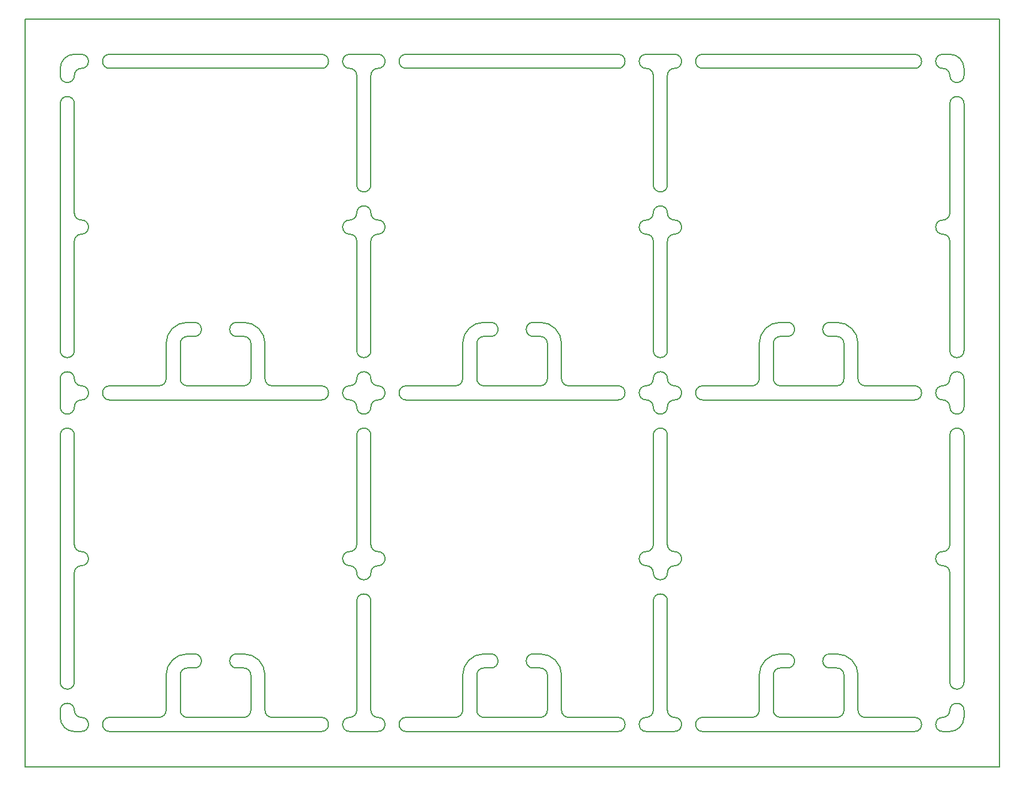
<source format=gbr>
%TF.GenerationSoftware,KiCad,Pcbnew,5.0.1-33cea8e~67~ubuntu18.04.1*%
%TF.CreationDate,2019-01-09T21:53:47+01:00*%
%TF.ProjectId,hvac-sensor-module_pcb-panel,687661632D73656E736F722D6D6F6475,1.0*%
%TF.SameCoordinates,Original*%
%TF.FileFunction,Profile,NP*%
%FSLAX46Y46*%
G04 Gerber Fmt 4.6, Leading zero omitted, Abs format (unit mm)*
G04 Created by KiCad (PCBNEW 5.0.1-33cea8e~67~ubuntu18.04.1) date Mi 09 Jan 2019 21:53:47 CET*
%MOMM*%
%LPD*%
G01*
G04 APERTURE LIST*
%ADD10C,0.150000*%
G04 APERTURE END LIST*
D10*
X169000000Y-95000000D02*
G75*
G02X169000000Y-97000000I0J-1000000D01*
G01*
X173000000Y-97000000D02*
G75*
G02X173000000Y-95000000I0J1000000D01*
G01*
X90000000Y-125500000D02*
G75*
G02X92000000Y-125500000I1000000J0D01*
G01*
X92000000Y-121500000D02*
G75*
G02X90000000Y-121500000I-1000000J0D01*
G01*
X132000000Y-125500000D02*
G75*
G02X134000000Y-125500000I1000000J0D01*
G01*
X134000000Y-121500000D02*
G75*
G02X132000000Y-121500000I-1000000J0D01*
G01*
X132000000Y-70500000D02*
G75*
G02X134000000Y-70500000I1000000J0D01*
G01*
X134000000Y-66500000D02*
G75*
G02X132000000Y-66500000I-1000000J0D01*
G01*
X90000000Y-70500000D02*
G75*
G02X92000000Y-70500000I1000000J0D01*
G01*
X92000000Y-66500000D02*
G75*
G02X90000000Y-66500000I-1000000J0D01*
G01*
X132000000Y-102000000D02*
G75*
G02X134000000Y-102000000I1000000J0D01*
G01*
X134000000Y-98000000D02*
G75*
G02X132000000Y-98000000I-1000000J0D01*
G01*
X132000000Y-94000000D02*
G75*
G02X134000000Y-94000000I1000000J0D01*
G01*
X134000000Y-90000000D02*
G75*
G02X132000000Y-90000000I-1000000J0D01*
G01*
X135000000Y-95000000D02*
G75*
G02X135000000Y-97000000I0J-1000000D01*
G01*
X139000000Y-97000000D02*
G75*
G02X139000000Y-95000000I0J1000000D01*
G01*
X92000000Y-98000000D02*
G75*
G02X90000000Y-98000000I-1000000J0D01*
G01*
X90000000Y-102000000D02*
G75*
G02X92000000Y-102000000I1000000J0D01*
G01*
X89000000Y-97000000D02*
G75*
G02X90000000Y-98000000I0J-1000000D01*
G01*
X50000000Y-98000000D02*
G75*
G02X48000000Y-98000000I-1000000J0D01*
G01*
X48000000Y-102000000D02*
G75*
G02X50000000Y-102000000I1000000J0D01*
G01*
X50000000Y-137000000D02*
G75*
G02X48000000Y-137000000I-1000000J0D01*
G01*
X48000000Y-141000000D02*
G75*
G02X50000000Y-141000000I1000000J0D01*
G01*
X51000000Y-142000000D02*
G75*
G02X51000000Y-144000000I0J-1000000D01*
G01*
X55000000Y-144000000D02*
G75*
G02X55000000Y-142000000I0J1000000D01*
G01*
X85000000Y-142000000D02*
G75*
G02X85000000Y-144000000I0J-1000000D01*
G01*
X89000000Y-144000000D02*
G75*
G02X89000000Y-142000000I0J1000000D01*
G01*
X97000000Y-144000000D02*
G75*
G02X97000000Y-142000000I0J1000000D01*
G01*
X93000000Y-142000000D02*
G75*
G02X93000000Y-144000000I0J-1000000D01*
G01*
X131000000Y-144000000D02*
G75*
G02X131000000Y-142000000I0J1000000D01*
G01*
X127000000Y-142000000D02*
G75*
G02X127000000Y-144000000I0J-1000000D01*
G01*
X139000000Y-144000000D02*
G75*
G02X139000000Y-142000000I0J1000000D01*
G01*
X135000000Y-142000000D02*
G75*
G02X135000000Y-144000000I0J-1000000D01*
G01*
X169000000Y-48000000D02*
G75*
G02X169000000Y-50000000I0J-1000000D01*
G01*
X173000000Y-144000000D02*
G75*
G02X173000000Y-142000000I0J1000000D01*
G01*
X169000000Y-142000000D02*
G75*
G02X169000000Y-144000000I0J-1000000D01*
G01*
X162000000Y-142000000D02*
G75*
G02X161000000Y-141000000I0J1000000D01*
G01*
X134000000Y-121500000D02*
G75*
G02X135000000Y-120500000I1000000J0D01*
G01*
X174000000Y-121500000D02*
X174000000Y-137000000D01*
X139000000Y-97000000D02*
X169000000Y-97000000D01*
X174000000Y-102000000D02*
X174000000Y-117500000D01*
X151000000Y-133000000D02*
X150000000Y-133000000D01*
X134000000Y-117500000D02*
X134000000Y-102000000D01*
X151000000Y-135000000D02*
X150000000Y-135000000D01*
X149000000Y-136000000D02*
X149000000Y-141000000D01*
X150000000Y-142000000D02*
X158000000Y-142000000D01*
X159000000Y-141000000D02*
X159000000Y-136000000D01*
X158000000Y-135000000D02*
X157000000Y-135000000D01*
X157000000Y-135000000D02*
G75*
G02X157000000Y-133000000I0J1000000D01*
G01*
X135000000Y-118500000D02*
G75*
G02X134000000Y-117500000I0J1000000D01*
G01*
X157000000Y-133000000D02*
X158000000Y-133000000D01*
X173000000Y-97000000D02*
G75*
G02X174000000Y-98000000I0J-1000000D01*
G01*
X162000000Y-142000000D02*
X169000000Y-142000000D01*
X173000000Y-120500000D02*
G75*
G02X174000000Y-121500000I0J-1000000D01*
G01*
X173000000Y-120500000D02*
G75*
G02X173000000Y-118500000I0J1000000D01*
G01*
X151000000Y-133000000D02*
G75*
G02X151000000Y-135000000I0J-1000000D01*
G01*
X149000000Y-136000000D02*
G75*
G02X150000000Y-135000000I1000000J0D01*
G01*
X158000000Y-135000000D02*
G75*
G02X159000000Y-136000000I0J-1000000D01*
G01*
X159000000Y-141000000D02*
G75*
G02X158000000Y-142000000I-1000000J0D01*
G01*
X150000000Y-142000000D02*
G75*
G02X149000000Y-141000000I0J1000000D01*
G01*
X147000000Y-136000000D02*
G75*
G02X150000000Y-133000000I3000000J0D01*
G01*
X158000000Y-133000000D02*
G75*
G02X161000000Y-136000000I0J-3000000D01*
G01*
X174000000Y-141000000D02*
G75*
G02X173000000Y-142000000I-1000000J0D01*
G01*
X135000000Y-142000000D02*
G75*
G02X134000000Y-141000000I0J1000000D01*
G01*
X147000000Y-141000000D02*
G75*
G02X146000000Y-142000000I-1000000J0D01*
G01*
X134000000Y-141000000D02*
X134000000Y-125500000D01*
X135000000Y-118500000D02*
G75*
G02X135000000Y-120500000I0J-1000000D01*
G01*
X147000000Y-136000000D02*
X147000000Y-141000000D01*
X174000000Y-117500000D02*
G75*
G02X173000000Y-118500000I-1000000J0D01*
G01*
X161000000Y-136000000D02*
X161000000Y-141000000D01*
X146000000Y-142000000D02*
X139000000Y-142000000D01*
X134000000Y-98000000D02*
G75*
G02X135000000Y-97000000I1000000J0D01*
G01*
X134000000Y-74500000D02*
G75*
G02X135000000Y-73500000I1000000J0D01*
G01*
X174000000Y-74500000D02*
X174000000Y-90000000D01*
X174000000Y-55000000D02*
X174000000Y-70500000D01*
X151000000Y-86000000D02*
X150000000Y-86000000D01*
X134000000Y-66500000D02*
X134000000Y-51000000D01*
X151000000Y-88000000D02*
X150000000Y-88000000D01*
X149000000Y-89000000D02*
X149000000Y-94000000D01*
X150000000Y-95000000D02*
X158000000Y-95000000D01*
X159000000Y-94000000D02*
X159000000Y-89000000D01*
X158000000Y-88000000D02*
X157000000Y-88000000D01*
X157000000Y-88000000D02*
G75*
G02X157000000Y-86000000I0J1000000D01*
G01*
X151000000Y-86000000D02*
G75*
G02X151000000Y-88000000I0J-1000000D01*
G01*
X149000000Y-89000000D02*
G75*
G02X150000000Y-88000000I1000000J0D01*
G01*
X158000000Y-88000000D02*
G75*
G02X159000000Y-89000000I0J-1000000D01*
G01*
X159000000Y-94000000D02*
G75*
G02X158000000Y-95000000I-1000000J0D01*
G01*
X150000000Y-95000000D02*
G75*
G02X149000000Y-94000000I0J1000000D01*
G01*
X147000000Y-89000000D02*
G75*
G02X150000000Y-86000000I3000000J0D01*
G01*
X158000000Y-86000000D02*
G75*
G02X161000000Y-89000000I0J-3000000D01*
G01*
X174000000Y-94000000D02*
G75*
G02X173000000Y-95000000I-1000000J0D01*
G01*
X135000000Y-95000000D02*
G75*
G02X134000000Y-94000000I0J1000000D01*
G01*
X147000000Y-94000000D02*
G75*
G02X146000000Y-95000000I-1000000J0D01*
G01*
X173000000Y-73500000D02*
G75*
G02X174000000Y-74500000I0J-1000000D01*
G01*
X173000000Y-73500000D02*
G75*
G02X173000000Y-71500000I0J1000000D01*
G01*
X162000000Y-95000000D02*
X169000000Y-95000000D01*
X162000000Y-95000000D02*
G75*
G02X161000000Y-94000000I0J1000000D01*
G01*
X134000000Y-90000000D02*
X134000000Y-74500000D01*
X135000000Y-71500000D02*
G75*
G02X135000000Y-73500000I0J-1000000D01*
G01*
X147000000Y-89000000D02*
X147000000Y-94000000D01*
X174000000Y-70500000D02*
G75*
G02X173000000Y-71500000I-1000000J0D01*
G01*
X161000000Y-89000000D02*
X161000000Y-94000000D01*
X157000000Y-86000000D02*
X158000000Y-86000000D01*
X134000000Y-51000000D02*
G75*
G02X135000000Y-50000000I1000000J0D01*
G01*
X146000000Y-95000000D02*
X139000000Y-95000000D01*
X135000000Y-71500000D02*
G75*
G02X134000000Y-70500000I0J1000000D01*
G01*
X93000000Y-95000000D02*
G75*
G02X93000000Y-97000000I0J-1000000D01*
G01*
X131000000Y-97000000D02*
G75*
G02X131000000Y-95000000I0J1000000D01*
G01*
X97000000Y-97000000D02*
G75*
G02X97000000Y-95000000I0J1000000D01*
G01*
X127000000Y-95000000D02*
G75*
G02X127000000Y-97000000I0J-1000000D01*
G01*
X92000000Y-90000000D02*
G75*
G02X90000000Y-90000000I-1000000J0D01*
G01*
X90000000Y-94000000D02*
G75*
G02X92000000Y-94000000I1000000J0D01*
G01*
X85000000Y-95000000D02*
G75*
G02X85000000Y-97000000I0J-1000000D01*
G01*
X89000000Y-97000000D02*
G75*
G02X89000000Y-95000000I0J1000000D01*
G01*
X51000000Y-95000000D02*
G75*
G02X51000000Y-97000000I0J-1000000D01*
G01*
X55000000Y-97000000D02*
G75*
G02X55000000Y-95000000I0J1000000D01*
G01*
X48000000Y-94000000D02*
G75*
G02X50000000Y-94000000I1000000J0D01*
G01*
X50000000Y-90000000D02*
G75*
G02X48000000Y-90000000I-1000000J0D01*
G01*
X55000000Y-48000000D02*
X85000000Y-48000000D01*
X93000000Y-48000000D02*
X89000000Y-48000000D01*
X127000000Y-48000000D02*
X97000000Y-48000000D01*
X135000000Y-48000000D02*
X131000000Y-48000000D01*
X169000000Y-48000000D02*
X139000000Y-48000000D01*
X85000000Y-48000000D02*
G75*
G02X85000000Y-50000000I0J-1000000D01*
G01*
X89000000Y-50000000D02*
G75*
G02X89000000Y-48000000I0J1000000D01*
G01*
X176000000Y-141000000D02*
X176000000Y-142000000D01*
X176000000Y-102000000D02*
X176000000Y-137000000D01*
X176000000Y-94000000D02*
X176000000Y-98000000D01*
X176000000Y-55000000D02*
X176000000Y-90000000D01*
X176000000Y-50000000D02*
X176000000Y-51000000D01*
X173000000Y-48000000D02*
X174000000Y-48000000D01*
X174000000Y-48000000D02*
G75*
G02X176000000Y-50000000I0J-2000000D01*
G01*
X176000000Y-142000000D02*
G75*
G02X174000000Y-144000000I-2000000J0D01*
G01*
X173000000Y-144000000D02*
X174000000Y-144000000D01*
X139000000Y-144000000D02*
X169000000Y-144000000D01*
X131000000Y-144000000D02*
X135000000Y-144000000D01*
X97000000Y-144000000D02*
X127000000Y-144000000D01*
X89000000Y-144000000D02*
X93000000Y-144000000D01*
X55000000Y-144000000D02*
X85000000Y-144000000D01*
X48000000Y-102000000D02*
X48000000Y-137000000D01*
X48000000Y-94000000D02*
X48000000Y-98000000D01*
X48000000Y-51000000D02*
X48000000Y-50000000D01*
X48000000Y-90000000D02*
X48000000Y-55000000D01*
X50000000Y-51000000D02*
G75*
G02X48000000Y-51000000I-1000000J0D01*
G01*
X48000000Y-55000000D02*
G75*
G02X50000000Y-55000000I1000000J0D01*
G01*
X51000000Y-144000000D02*
X50000000Y-144000000D01*
X48000000Y-141000000D02*
X48000000Y-142000000D01*
X50000000Y-144000000D02*
G75*
G02X48000000Y-142000000I0J2000000D01*
G01*
X174000000Y-141000000D02*
G75*
G02X176000000Y-141000000I1000000J0D01*
G01*
X176000000Y-137000000D02*
G75*
G02X174000000Y-137000000I-1000000J0D01*
G01*
X176000000Y-98000000D02*
G75*
G02X174000000Y-98000000I-1000000J0D01*
G01*
X174000000Y-102000000D02*
G75*
G02X176000000Y-102000000I1000000J0D01*
G01*
X176000000Y-90000000D02*
G75*
G02X174000000Y-90000000I-1000000J0D01*
G01*
X174000000Y-94000000D02*
G75*
G02X176000000Y-94000000I1000000J0D01*
G01*
X176000000Y-51000000D02*
G75*
G02X174000000Y-51000000I-1000000J0D01*
G01*
X174000000Y-55000000D02*
G75*
G02X176000000Y-55000000I1000000J0D01*
G01*
X173000000Y-50000000D02*
G75*
G02X173000000Y-48000000I0J1000000D01*
G01*
X139000000Y-50000000D02*
G75*
G02X139000000Y-48000000I0J1000000D01*
G01*
X135000000Y-48000000D02*
G75*
G02X135000000Y-50000000I0J-1000000D01*
G01*
X127000000Y-48000000D02*
G75*
G02X127000000Y-50000000I0J-1000000D01*
G01*
X131000000Y-50000000D02*
G75*
G02X131000000Y-48000000I0J1000000D01*
G01*
X93000000Y-48000000D02*
G75*
G02X93000000Y-50000000I0J-1000000D01*
G01*
X97000000Y-50000000D02*
G75*
G02X97000000Y-48000000I0J1000000D01*
G01*
X48000000Y-50000000D02*
G75*
G02X50000000Y-48000000I2000000J0D01*
G01*
X51000000Y-48000000D02*
G75*
G02X51000000Y-50000000I0J-1000000D01*
G01*
X55000000Y-50000000D02*
G75*
G02X55000000Y-48000000I0J1000000D01*
G01*
X50000000Y-48000000D02*
X51000000Y-48000000D01*
X43000000Y-149000000D02*
X43000000Y-43000000D01*
X181000000Y-149000000D02*
X43000000Y-149000000D01*
X181000000Y-43000000D02*
X181000000Y-149000000D01*
X43000000Y-43000000D02*
X181000000Y-43000000D01*
X139000000Y-50000000D02*
X169000000Y-50000000D01*
X97000000Y-50000000D02*
X127000000Y-50000000D01*
X173000000Y-50000000D02*
G75*
G02X174000000Y-51000000I0J-1000000D01*
G01*
X90000000Y-74500000D02*
X90000000Y-90000000D01*
X89000000Y-73500000D02*
G75*
G02X89000000Y-71500000I0J1000000D01*
G01*
X89000000Y-73500000D02*
G75*
G02X90000000Y-74500000I0J-1000000D01*
G01*
X90000000Y-70500000D02*
G75*
G02X89000000Y-71500000I-1000000J0D01*
G01*
X50000000Y-74500000D02*
G75*
G02X51000000Y-73500000I1000000J0D01*
G01*
X50000000Y-90000000D02*
X50000000Y-74500000D01*
X51000000Y-71500000D02*
G75*
G02X50000000Y-70500000I0J1000000D01*
G01*
X51000000Y-71500000D02*
G75*
G02X51000000Y-73500000I0J-1000000D01*
G01*
X50000000Y-51000000D02*
G75*
G02X51000000Y-50000000I1000000J0D01*
G01*
X89000000Y-50000000D02*
G75*
G02X90000000Y-51000000I0J-1000000D01*
G01*
X73000000Y-86000000D02*
X74000000Y-86000000D01*
X77000000Y-89000000D02*
X77000000Y-94000000D01*
X78000000Y-95000000D02*
X85000000Y-95000000D01*
X62000000Y-95000000D02*
X55000000Y-95000000D01*
X63000000Y-89000000D02*
X63000000Y-94000000D01*
X78000000Y-95000000D02*
G75*
G02X77000000Y-94000000I0J1000000D01*
G01*
X63000000Y-94000000D02*
G75*
G02X62000000Y-95000000I-1000000J0D01*
G01*
X51000000Y-95000000D02*
G75*
G02X50000000Y-94000000I0J1000000D01*
G01*
X90000000Y-94000000D02*
G75*
G02X89000000Y-95000000I-1000000J0D01*
G01*
X74000000Y-86000000D02*
G75*
G02X77000000Y-89000000I0J-3000000D01*
G01*
X63000000Y-89000000D02*
G75*
G02X66000000Y-86000000I3000000J0D01*
G01*
X66000000Y-95000000D02*
G75*
G02X65000000Y-94000000I0J1000000D01*
G01*
X75000000Y-94000000D02*
G75*
G02X74000000Y-95000000I-1000000J0D01*
G01*
X74000000Y-88000000D02*
G75*
G02X75000000Y-89000000I0J-1000000D01*
G01*
X65000000Y-89000000D02*
G75*
G02X66000000Y-88000000I1000000J0D01*
G01*
X67000000Y-86000000D02*
G75*
G02X67000000Y-88000000I0J-1000000D01*
G01*
X73000000Y-88000000D02*
G75*
G02X73000000Y-86000000I0J1000000D01*
G01*
X74000000Y-88000000D02*
X73000000Y-88000000D01*
X75000000Y-94000000D02*
X75000000Y-89000000D01*
X66000000Y-95000000D02*
X74000000Y-95000000D01*
X65000000Y-89000000D02*
X65000000Y-94000000D01*
X67000000Y-88000000D02*
X66000000Y-88000000D01*
X50000000Y-70500000D02*
X50000000Y-55000000D01*
X67000000Y-86000000D02*
X66000000Y-86000000D01*
X90000000Y-51000000D02*
X90000000Y-66500000D01*
X55000000Y-50000000D02*
X85000000Y-50000000D01*
X132000000Y-74500000D02*
X132000000Y-90000000D01*
X131000000Y-73500000D02*
G75*
G02X131000000Y-71500000I0J1000000D01*
G01*
X131000000Y-73500000D02*
G75*
G02X132000000Y-74500000I0J-1000000D01*
G01*
X132000000Y-70500000D02*
G75*
G02X131000000Y-71500000I-1000000J0D01*
G01*
X92000000Y-74500000D02*
G75*
G02X93000000Y-73500000I1000000J0D01*
G01*
X92000000Y-90000000D02*
X92000000Y-74500000D01*
X93000000Y-71500000D02*
G75*
G02X92000000Y-70500000I0J1000000D01*
G01*
X93000000Y-71500000D02*
G75*
G02X93000000Y-73500000I0J-1000000D01*
G01*
X92000000Y-51000000D02*
G75*
G02X93000000Y-50000000I1000000J0D01*
G01*
X131000000Y-50000000D02*
G75*
G02X132000000Y-51000000I0J-1000000D01*
G01*
X115000000Y-86000000D02*
X116000000Y-86000000D01*
X119000000Y-89000000D02*
X119000000Y-94000000D01*
X120000000Y-95000000D02*
X127000000Y-95000000D01*
X104000000Y-95000000D02*
X97000000Y-95000000D01*
X105000000Y-89000000D02*
X105000000Y-94000000D01*
X120000000Y-95000000D02*
G75*
G02X119000000Y-94000000I0J1000000D01*
G01*
X105000000Y-94000000D02*
G75*
G02X104000000Y-95000000I-1000000J0D01*
G01*
X93000000Y-95000000D02*
G75*
G02X92000000Y-94000000I0J1000000D01*
G01*
X132000000Y-94000000D02*
G75*
G02X131000000Y-95000000I-1000000J0D01*
G01*
X116000000Y-86000000D02*
G75*
G02X119000000Y-89000000I0J-3000000D01*
G01*
X105000000Y-89000000D02*
G75*
G02X108000000Y-86000000I3000000J0D01*
G01*
X108000000Y-95000000D02*
G75*
G02X107000000Y-94000000I0J1000000D01*
G01*
X117000000Y-94000000D02*
G75*
G02X116000000Y-95000000I-1000000J0D01*
G01*
X116000000Y-88000000D02*
G75*
G02X117000000Y-89000000I0J-1000000D01*
G01*
X107000000Y-89000000D02*
G75*
G02X108000000Y-88000000I1000000J0D01*
G01*
X109000000Y-86000000D02*
G75*
G02X109000000Y-88000000I0J-1000000D01*
G01*
X115000000Y-88000000D02*
G75*
G02X115000000Y-86000000I0J1000000D01*
G01*
X116000000Y-88000000D02*
X115000000Y-88000000D01*
X117000000Y-94000000D02*
X117000000Y-89000000D01*
X108000000Y-95000000D02*
X116000000Y-95000000D01*
X107000000Y-89000000D02*
X107000000Y-94000000D01*
X109000000Y-88000000D02*
X108000000Y-88000000D01*
X92000000Y-66500000D02*
X92000000Y-51000000D01*
X109000000Y-86000000D02*
X108000000Y-86000000D01*
X132000000Y-51000000D02*
X132000000Y-66500000D01*
X90000000Y-125500000D02*
X90000000Y-141000000D01*
X89000000Y-120500000D02*
G75*
G02X89000000Y-118500000I0J1000000D01*
G01*
X89000000Y-120500000D02*
G75*
G02X90000000Y-121500000I0J-1000000D01*
G01*
X90000000Y-117500000D02*
G75*
G02X89000000Y-118500000I-1000000J0D01*
G01*
X50000000Y-121500000D02*
G75*
G02X51000000Y-120500000I1000000J0D01*
G01*
X50000000Y-137000000D02*
X50000000Y-121500000D01*
X51000000Y-118500000D02*
G75*
G02X50000000Y-117500000I0J1000000D01*
G01*
X51000000Y-118500000D02*
G75*
G02X51000000Y-120500000I0J-1000000D01*
G01*
X50000000Y-98000000D02*
G75*
G02X51000000Y-97000000I1000000J0D01*
G01*
X73000000Y-133000000D02*
X74000000Y-133000000D01*
X77000000Y-136000000D02*
X77000000Y-141000000D01*
X78000000Y-142000000D02*
X85000000Y-142000000D01*
X62000000Y-142000000D02*
X55000000Y-142000000D01*
X63000000Y-136000000D02*
X63000000Y-141000000D01*
X78000000Y-142000000D02*
G75*
G02X77000000Y-141000000I0J1000000D01*
G01*
X63000000Y-141000000D02*
G75*
G02X62000000Y-142000000I-1000000J0D01*
G01*
X51000000Y-142000000D02*
G75*
G02X50000000Y-141000000I0J1000000D01*
G01*
X90000000Y-141000000D02*
G75*
G02X89000000Y-142000000I-1000000J0D01*
G01*
X74000000Y-133000000D02*
G75*
G02X77000000Y-136000000I0J-3000000D01*
G01*
X63000000Y-136000000D02*
G75*
G02X66000000Y-133000000I3000000J0D01*
G01*
X66000000Y-142000000D02*
G75*
G02X65000000Y-141000000I0J1000000D01*
G01*
X75000000Y-141000000D02*
G75*
G02X74000000Y-142000000I-1000000J0D01*
G01*
X74000000Y-135000000D02*
G75*
G02X75000000Y-136000000I0J-1000000D01*
G01*
X65000000Y-136000000D02*
G75*
G02X66000000Y-135000000I1000000J0D01*
G01*
X67000000Y-133000000D02*
G75*
G02X67000000Y-135000000I0J-1000000D01*
G01*
X73000000Y-135000000D02*
G75*
G02X73000000Y-133000000I0J1000000D01*
G01*
X74000000Y-135000000D02*
X73000000Y-135000000D01*
X75000000Y-141000000D02*
X75000000Y-136000000D01*
X66000000Y-142000000D02*
X74000000Y-142000000D01*
X65000000Y-136000000D02*
X65000000Y-141000000D01*
X67000000Y-135000000D02*
X66000000Y-135000000D01*
X50000000Y-117500000D02*
X50000000Y-102000000D01*
X67000000Y-133000000D02*
X66000000Y-133000000D01*
X90000000Y-102000000D02*
X90000000Y-117500000D01*
X55000000Y-97000000D02*
X85000000Y-97000000D01*
X132000000Y-125500000D02*
X132000000Y-141000000D01*
X131000000Y-120500000D02*
G75*
G02X131000000Y-118500000I0J1000000D01*
G01*
X131000000Y-120500000D02*
G75*
G02X132000000Y-121500000I0J-1000000D01*
G01*
X132000000Y-117500000D02*
G75*
G02X131000000Y-118500000I-1000000J0D01*
G01*
X92000000Y-121500000D02*
G75*
G02X93000000Y-120500000I1000000J0D01*
G01*
X92000000Y-141000000D02*
X92000000Y-125500000D01*
X93000000Y-118500000D02*
G75*
G02X92000000Y-117500000I0J1000000D01*
G01*
X93000000Y-118500000D02*
G75*
G02X93000000Y-120500000I0J-1000000D01*
G01*
X92000000Y-98000000D02*
G75*
G02X93000000Y-97000000I1000000J0D01*
G01*
X131000000Y-97000000D02*
G75*
G02X132000000Y-98000000I0J-1000000D01*
G01*
X115000000Y-133000000D02*
X116000000Y-133000000D01*
X119000000Y-136000000D02*
X119000000Y-141000000D01*
X120000000Y-142000000D02*
X127000000Y-142000000D01*
X104000000Y-142000000D02*
X97000000Y-142000000D01*
X105000000Y-136000000D02*
X105000000Y-141000000D01*
X120000000Y-142000000D02*
G75*
G02X119000000Y-141000000I0J1000000D01*
G01*
X105000000Y-141000000D02*
G75*
G02X104000000Y-142000000I-1000000J0D01*
G01*
X93000000Y-142000000D02*
G75*
G02X92000000Y-141000000I0J1000000D01*
G01*
X132000000Y-141000000D02*
G75*
G02X131000000Y-142000000I-1000000J0D01*
G01*
X116000000Y-133000000D02*
G75*
G02X119000000Y-136000000I0J-3000000D01*
G01*
X105000000Y-136000000D02*
G75*
G02X108000000Y-133000000I3000000J0D01*
G01*
X108000000Y-142000000D02*
G75*
G02X107000000Y-141000000I0J1000000D01*
G01*
X117000000Y-141000000D02*
G75*
G02X116000000Y-142000000I-1000000J0D01*
G01*
X116000000Y-135000000D02*
G75*
G02X117000000Y-136000000I0J-1000000D01*
G01*
X107000000Y-136000000D02*
G75*
G02X108000000Y-135000000I1000000J0D01*
G01*
X109000000Y-133000000D02*
G75*
G02X109000000Y-135000000I0J-1000000D01*
G01*
X115000000Y-135000000D02*
G75*
G02X115000000Y-133000000I0J1000000D01*
G01*
X116000000Y-135000000D02*
X115000000Y-135000000D01*
X117000000Y-141000000D02*
X117000000Y-136000000D01*
X108000000Y-142000000D02*
X116000000Y-142000000D01*
X107000000Y-136000000D02*
X107000000Y-141000000D01*
X109000000Y-135000000D02*
X108000000Y-135000000D01*
X92000000Y-117500000D02*
X92000000Y-102000000D01*
X109000000Y-133000000D02*
X108000000Y-133000000D01*
X132000000Y-102000000D02*
X132000000Y-117500000D01*
X97000000Y-97000000D02*
X127000000Y-97000000D01*
M02*

</source>
